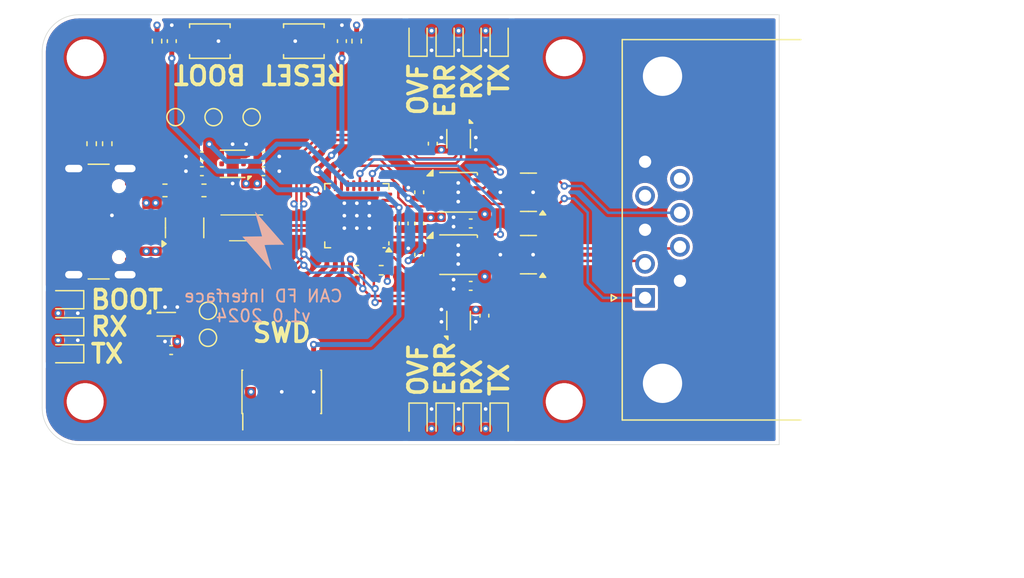
<source format=kicad_pcb>
(kicad_pcb (version 20240108) (generator "pcbnew") (generator_version "8.0")
  (title_block (title "CAN FD Interface") (date "2024-07-07") (rev "v1.0") (company "Spark Engineering"))
  (layers (0 "F.Cu" signal) (1 "In1.Cu" signal) (2 "In2.Cu" signal) (31 "B.Cu" signal) (34 "B.Paste" user) (35 "F.Paste" user) (36 "B.SilkS" user "B.Silkscreen") (37 "F.SilkS" user "F.Silkscreen") (38 "B.Mask" user) (39 "F.Mask" user) (44 "Edge.Cuts" user))
  (net 0 "")
  (net 1 "GND")
  (net 2 "+3V3")
  (net 3 "/MCU/~{RESET}")
  (net 4 "+5V")
  (net 5 "/CAN/CAN1_LOW")
  (net 6 "/CAN/CAN1_HIGH")
  (net 7 "/CAN/CAN2_HIGH")
  (net 8 "/CAN/CAN2_LOW")
  (net 9 "/USB/VBUS")
  (net 10 "/USB/FUSED")
  (net 11 "/MCU/SWDIO")
  (net 15 "/MCU/SWCLK")
  (net 18 "/USB/CC2")
  (net 19 "/USB/CON_DN")
  (net 20 "/USB/CON_DP")
  (net 22 "/USB/CC1")
  (net 24 "/MCU/USB_DN")
  (net 25 "/MCU/USB_DP")
  (net 30 "/CAN/CAN2_RX")
  (net 32 "/MCU/~{BOOT}")
  (net 34 "/CAN/CAN1_STBY")
  (net 38 "/CAN/CAN1_RX")
  (net 39 "/CAN/CAN1_TX")
  (net 42 "/CAN/CAN2_STBY")
  (net 48 "/CAN/CAN2_TX")
  (net 49 "/LED/CAN1_TX_LED")
  (net 50 "/LED/CAN1_ERR_LED")
  (net 51 "/LED/CAN1_RX_LED")
  (net 52 "/LED/CAN1_OVF_LED")
  (net 53 "/LED/CAN2_RX_LED")
  (net 54 "/LED/CAN2_TX_LED")
  (net 55 "/LED/CAN2_ERR_LED")
  (net 56 "/LED/CAN2_OVF_LED")
  (net 57 "/LED/USB_TX_LED")
  (net 58 "/LED/USB_RX_LED")
  (net 59 "/LED/BOOT_LED")
  (net 60 "/LED/SDA")
  (net 61 "/LED/SCL")
  (footprint "Package_DFN_QFN:QFN-32-1EP_5x5mm_P0.5mm_EP3.45x3.45mm" (layer "F.Cu") (at 133.615 86.36 180)
    (property "Reference" "U1" (hide yes))
    (property "Value" "STM32G0B1KEUx")
  )
  (footprint "TestPoint:TestPoint_Pad_D1.0mm" (layer "F.Cu") (at 121.5 94.1)
    (property "Reference" "TP2" (hide yes))
    (property "Value" "TestPoint")
  )
  (footprint "Resistor_SMD:R_0402_1005Metric" (layer "F.Cu") (at 135.6 90.8 180)
    (property "Reference" "R4" (hide yes))
    (property "Value" "4.7kΩ")
  )
  (footprint "Package_SON:WSON-6-1EP_2x2mm_P0.65mm_EP1x1.6mm" (layer "F.Cu") (at 123.502 82.139 180)
    (property "Reference" "U9" (hide yes))
    (property "Value" "TLV75733PDRV")
  )
  (footprint "Mounting_Wuerth:Mounting_Wuerth_WA-SMSI-M2_H2.5mm_9774025243" (layer "F.Cu") (at 150.5 73.5)
    (property "Reference" "H2" (hide yes))
    (property "Value" "MountingHole_Pad")
  )
  (footprint "LED_SMD:LED_0603_1608Metric" (layer "F.Cu") (at 109.9 95.4 180)
    (property "Reference" "D11" (hide yes))
    (property "Value" "GREEN")
  )
  (footprint "Button_Switch_SMD:SW_SPST_B3U-1000P" (layer "F.Cu") (at 121.65 72.15 180)
    (property "Reference" "SW2" (hide yes))
    (property "Value" "SW_Push")
  )
  (footprint "Capacitor_SMD:C_0402_1005Metric" (layer "F.Cu") (at 121.002 81.539 180)
    (property "Reference" "C8" (hide yes))
    (property "Value" "4.7µF")
  )
  (footprint "Connector_PinHeader_1.27mm:PinHeader_2x05_P1.27mm_Vertical_SMD" (layer "F.Cu") (at 127.5 100.7 90)
    (property "Reference" "J1" (hide yes))
    (property "Value" "Conn_ARM_JTAG_SWD_10")
  )
  (footprint "Package_TO_SOT_SMD:SOT-23" (layer "F.Cu") (at 147.585 89.535 180)
    (property "Reference" "D1" (hide yes))
    (property "Value" "PESD2CANFD24L-T")
  )
  (footprint "Capacitor_SMD:C_0402_1005Metric" (layer "F.Cu") (at 121.002 82.739 180)
    (property "Reference" "C9" (hide yes))
    (property "Value" "100nF")
  )
  (footprint "Capacitor_SMD:C_0402_1005Metric" (layer "F.Cu") (at 138.695 86.995 -90)
    (property "Reference" "C1" (hide yes))
    (property "Value" "4.7µF")
  )
  (footprint "Capacitor_SMD:C_0402_1005Metric" (layer "F.Cu") (at 137.425 86.995 -90)
    (property "Reference" "C2" (hide yes))
    (property "Value" "100nF")
  )
  (footprint "Button_Switch_SMD:SW_SPST_B3U-1000P" (layer "F.Cu") (at 129.3 72.15)
    (property "Reference" "SW1" (hide yes))
    (property "Value" "SW_Push")
  )
  (footprint "Mounting_Wuerth:Mounting_Wuerth_WA-SMSI-M2_H2.5mm_9774025243" (layer "F.Cu") (at 150.5 101.5)
    (property "Reference" "H4" (hide yes))
    (property "Value" "MountingHole_Pad")
  )
  (footprint "LED_SMD:LED_0603_1608Metric" (layer "F.Cu") (at 109.9 93.2 180)
    (property "Reference" "D13" (hide yes))
    (property "Value" "BLUE")
  )
  (footprint "Package_TO_SOT_SMD:SOT-23-6" (layer "F.Cu") (at 119.5962 87.35 90)
    (property "Reference" "U5" (hide yes))
    (property "Value" "824015043")
  )
  (footprint "Capacitor_SMD:C_0402_1005Metric" (layer "F.Cu") (at 118.55 72.15 90)
    (property "Reference" "C15" (hide yes))
    (property "Value" "100nF")
  )
  (footprint "Fuse:Fuse_0603_1608Metric" (layer "F.Cu") (at 117.996 84.302)
    (property "Reference" "F1" (hide yes))
    (property "Value" "500mA")
  )
  (footprint "Package_TO_SOT_SMD:SOT-23" (layer "F.Cu") (at 147.585 84.455 180)
    (property "Reference" "D2" (hide yes))
    (property "Value" "PESD2CANFD24L-T")
  )
  (footprint "Package_DFN_QFN:DFN-8-1EP_1.5x1.5mm_P0.4mm_EP0.7x1.2mm" (layer "F.Cu") (at 141.9 94.9 90)
    (property "Reference" "U6" (hide yes))
    (property "Value" "KTD2027")
  )
  (footprint "LED_SMD:LED_0603_1608Metric" (layer "F.Cu") (at 138.6 103.1 -90)
    (property "Reference" "D6" (hide yes))
    (property "Value" "YELLOW")
  )
  (footprint "LED_SMD:LED_0603_1608Metric" (layer "F.Cu") (at 143 71.9 90)
    (property "Reference" "D8" (hide yes))
    (property "Value" "GREEN")
  )
  (footprint "Package_DFN_QFN:DFN-8-1EP_3x3mm_P0.65mm_EP1.55x2.4mm" (layer "F.Cu") (at 141.87 89.535)
    (property "Reference" "U2" (hide yes))
    (property "Value" "MCP2542FDxMF")
  )
  (footprint "LED_SMD:LED_0603_1608Metric" (layer "F.Cu") (at 138.6 71.9 90)
    (property "Reference" "D10" (hide yes))
    (property "Value" "YELLOW")
  )
  (footprint "Capacitor_SMD:C_0402_1005Metric" (layer "F.Cu") (at 126.002 82.739)
    (property "Reference" "C11" (hide yes))
    (property "Value" "100nF")
  )
  (footprint "LED_SMD:LED_0603_1608Metric" (layer "F.Cu") (at 140.8 103.1 -90)
    (property "Reference" "D4" (hide yes))
    (property "Value" "RED")
  )
  (footprint "Capacitor_SMD:C_0402_1005Metric" (layer "F.Cu") (at 138.695 84.455 90)
    (property "Reference" "C7" (hide yes))
    (property "Value" "100nF")
  )
  (footprint "TestPoint:TestPoint_Pad_D1.0mm" (layer "F.Cu") (at 118.852 78.339 90)
    (property "Reference" "TP5" (hide yes))
    (property "Value" "TestPoint")
  )
  (footprint "Capacitor_SMD:C_0402_1005Metric" (layer "F.Cu") (at 138.695 89.535 90)
    (property "Reference" "C5" (hide yes))
    (property "Value" "100nF")
  )
  (footprint "Connector_USB:USB_C_Receptacle_GCT_USB4105-xx-A_16P_TopMnt_Horizontal" (layer "F.Cu") (at 111.646 86.842 -90)
    (property "Reference" "J3" (hide yes))
    (property "Value" "USB_C_Receptacle_USB2.0_16P")
  )
  (footprint "Mounting_Wuerth:Mounting_Wuerth_WA-SMSI-M2_H2.5mm_9774025243" (layer "F.Cu") (at 111.5 73.5)
    (property "Reference" "H1" (hide yes))
    (property "Value" "MountingHole_Pad")
  )
  (footprint "Capacitor_SMD:C_0402_1005Metric" (layer "F.Cu") (at 144 94.5 -90)
    (property "Reference" "C12" (hide yes))
    (property "Value" "100nF")
  )
  (footprint "Mounting_Wuerth:Mounting_Wuerth_WA-SMSI-M2_H2.5mm_9774025243" (layer "F.Cu") (at 111.5 101.5)
    (property "Reference" "H3" (hide yes))
    (property "Value" "MountingHole_Pad")
  )
  (footprint "Resistor_SMD:R_0402_1005Metric" (layer "F.Cu") (at 133.6 90.8)
    (property "Reference" "R3" (hide yes))
    (property "Value" "4.7kΩ")
  )
  (footprint "LED_SMD:LED_0603_1608Metric" (layer "F.Cu") (at 145.2 71.9 90)
    (property "Reference" "D7" (hide yes))
    (property "Value" "GREEN")
  )
  (footprint "Resistor_SMD:R_0402_1005Metric" (layer "F.Cu") (at 112.027 80.5 90)
    (property "Reference" "R1" (hide yes))
    (property "Value" "5.1kΩ")
  )
  (footprint "Capacitor_SMD:C_0402_1005Metric" (layer "F.Cu") (at 142.886 86.995 180)
    (property "Reference" "C6" (hide yes))
    (property "Value" "100nF")
  )
  (footprint "Capacitor_SMD:C_0402_1005Metric" (layer "F.Cu") (at 139.8 80.5 90)
    (property "Reference" "C13" (hide yes))
    (property "Value" "100nF")
  )
  (footprint "Capacitor_SMD:C_0402_1005Metric" (layer "F.Cu") (at 142.886 92.075 180)
    (property "Reference" "C4" (hide yes))
    (property "Value" "100nF")
  )
  (footprint "TestPoint:TestPoint_Pad_D1.0mm" (layer "F.Cu") (at 121.5 96.3)
    (property "Reference" "TP1" (hide yes))
    (property "Value" "TestPoint")
  )
  (footprint "Resistor_SMD:R_0402_1005Metric" (layer "F.Cu") (at 113.297 80.5 90)
    (property "Reference" "R2" (hide yes))
    (property "Value" "5.1kΩ")
  )
  (footprint "TestPoint:TestPoint_Pad_D1.0mm" (layer "F.Cu") (at 125.052 78.339 90)
    (property "Reference" "TP4" (hide yes))
    (property "Value" "TestPoint")
  )
  (footprint "Package_DFN_QFN:DFN-8-1EP_3x3mm_P0.65mm_EP1.55x2.4mm" (layer "F.Cu") (at 141.87 84.455)
    (property "Reference" "U3" (hide yes))
    (property "Value" "MCP2542FDxMF")
  )
  (footprint "LED_SMD:LED_0603_1608Metric" (layer "F.Cu") (at 143 103.1 -90)
    (property "Reference" "D3" (hide yes))
    (property "Value" "GREEN")
  )
  (footprint "Package_DFN_QFN:DFN-8-1EP_1.5x1.5mm_P0.4mm_EP0.7x1.2mm" (layer "F.Cu") (at 141.9 80.1 -90)
    (property "Reference" "U7" (hide yes))
    (property "Value" "KTD2027")
  )
  (footprint "Capacitor_SMD:C_0402_1005Metric" (layer "F.Cu") (at 132.4 72.15 90)
    (property "Reference" "C3" (hide yes))
    (property "Value" "100nF")
  )
  (footprint "Resistor_SMD:R_0402_1005Metric" (layer "F.Cu") (at 117.35 72.15 -90)
    (property "Reference" "R5" (hide yes))
    (property "Value" "10kΩ")
  )
  (footprint "Package_DFN_QFN:DFN-8-1EP_1.5x1.5mm_P0.4mm_EP0.7x1.2mm" (layer "F.Cu") (at 118.1 95.2)
    (property "Reference" "U8" (hide yes))
    (property "Value" "KTD2026")
  )
  (footprint "Connector_Dsub:DSUB-9_Male_Horizontal_P2.77x2.84mm_EdgePinOffset9.90mm_Housed_MountingHolesOffset11.32mm" (layer "F.Cu") (at 157.08 93.05 90)
    (property "Reference" "J2" (hide yes))
    (property "Value" "DE9_Plug_MountingHoles")
  )
  (footprint "Inductor_SMD:L_CommonMode_Wurth_WE-CNSW-1206" (layer "F.Cu") (at 124.6 87.35)
    (property "Reference" "L1" (hide yes))
    (property "Value" "744232090")
  )
  (footprint "LED_SMD:LED_0603_1608Metric" (layer "F.Cu") (at 109.9 97.6 180)
    (property "Reference" "D12" (hide yes))
    (property "Value" "GREEN")
  )
  (footprint "LED_SMD:LED_0603_1608Metric" (layer "F.Cu") (at 140.8 71.9 90)
    (property "Reference" "D9" (hide yes))
    (property "Value" "RED")
  )
  (footprint "LED_SMD:LED_0603_1608Metric" (layer "F.Cu") (at 145.2 103.1 -90)
    (property "Reference" "D5" (hide yes))
    (property "Value" "GREEN")
  )
  (footprint "Capacitor_SMD:C_0402_1005Metric" (layer "F.Cu") (at 118.5 97.3 180)
    (property "Reference" "C14" (hide yes))
    (property "Value" "100nF")
  )
  (footprint "TestPoint:TestPoint_Pad_D1.0mm" (layer "F.Cu") (at 121.952 78.339 90)
    (property "Reference" "TP3" (hide yes))
    (property "Value" "TestPoint")
  )
  (footprint "Resistor_SMD:R_0402_1005Metric" (layer "F.Cu") (at 133.6 72.15 -90)
    (property "Reference" "R6" (hide yes))
    (property "Value" "10kΩ")
  )
  (footprint "Inductor_SMD:L_0603_1608Metric" (layer "F.Cu") (at 121.171 84.302)
    (property "Reference" "FB1" (hide yes))
    (property "Value" "742792641 ")
  )
  (footprint "Capacitor_SMD:C_0402_1005Metric" (layer "F.Cu") (at 126.002 81.539)
    (property "Reference" "C10" (hide yes))
    (property "Value" "4.7µF")
  )
  (footprint "canfd-interface:spark-engineering" (layer "B.Cu") (at 126.141884 88.396164 180)
    (property "Reference" "REF**" (hide yes))
    (property "Value" "spark-engineering")
  )
  (gr_arc (start 111 105) (mid 108.87868 104.12132) (end 108 102) (stroke (width 0.05)) (layer "Edge.Cuts"))
  (gr_line (start 168 105) (end 168 70) (stroke (width 0.05)) (layer "Edge.Cuts"))
  (gr_arc (start 108 73) (mid 108.87868 70.87868) (end 111 70) (stroke (width 0.05)) (layer "Edge.Cuts"))
  (gr_line (start 111 105) (end 168 105) (stroke (width 0.05)) (layer "Edge.Cuts"))
  (gr_line (start 168 70) (end 111 70) (stroke (width 0.05)) (layer "Edge.Cuts"))
  (gr_line (start 108 73) (end 108 102) (stroke (width 0.05)) (layer "Edge.Cuts"))
  (gr_text "CAN FD Interface\n${REVISION} 2024" (at 126 95.1 0) (layer "B.SilkS") (effects (font (size 1 1)) (justify bottom mirror)))
  (gr_text "ERR" (at 140.8 73.8 90) (layer "F.SilkS") (effects (font (size 1.5 1.5) (thickness 0.3) (bold yes)) (justify right)))
  (gr_text "TX" (at 145.2 101.2 90) (layer "F.SilkS") (effects (font (size 1.5 1.5) (thickness 0.3) (bold yes)) (justify left)))
  (gr_text "OVF" (at 138.6 73.8 90) (layer "F.SilkS") (effects (font (size 1.5 1.5) (thickness 0.3) (bold yes)) (justify right)))
  (gr_text "BOOT" (at 111.8 93.2 0) (layer "F.SilkS") (effects (font (size 1.5 1.5) (thickness 0.3) (bold yes)) (justify left)))
  (gr_text "TX" (at 145.2 73.8 90) (layer "F.SilkS") (effects (font (size 1.5 1.5) (thickness 0.3) (bold yes)) (justify right)))
  (gr_text "ERR" (at 140.8 101.2 90) (layer "F.SilkS") (effects (font (size 1.5 1.5) (thickness 0.3) (bold yes)) (justify left)))
  (gr_text "RX" (at 111.8 95.4 0) (layer "F.SilkS") (effects (font (size 1.5 1.5) (thickness 0.3) (bold yes)) (justify left)))
  (gr_text "RX" (at 143 101.2 90) (layer "F.SilkS") (effects (font (size 1.5 1.5) (thickness 0.3) (bold yes)) (justify left)))
  (gr_text "RESET" (at 129.3 74.85 180) (layer "F.SilkS") (effects (font (size 1.5 1.5) (thickness 0.3) (bold yes))))
  (gr_text "SWD" (at 127.5 95.9 0) (layer "F.SilkS") (effects (font (size 1.5 1.5) (thickness 0.3) (bold yes))))
  (gr_text "BOOT" (at 121.65 74.85 180) (layer "F.SilkS") (effects (font (size 1.5 1.5) (thickness 0.3) (bold yes))))
  (gr_text "RX" (at 143 73.8 90) (layer "F.SilkS") (effects (font (size 1.5 1.5) (thickness 0.3) (bold yes)) (justify right)))
  (gr_text "OVF" (at 138.6 101.2 90) (layer "F.SilkS") (effects (font (size 1.5 1.5) (thickness 0.3) (bold yes)) (justify left)))
  (gr_text "TX" (at 111.8 97.6 0) (layer "F.SilkS") (effects (font (size 1.5 1.5) (thickness 0.3) (bold yes)) (justify left)))
  (via (at 144.1 72.9) (size 0.6) (drill 0.3) (layers "F.Cu" "B.Cu") (net 1))
  (via (at 118 96.6) (size 0.6) (drill 0.3) (layers "F.Cu" "B.Cu") (net 1))
  (via (at 145.299 89.535) (size 0.6) (drill 0.3) (layers "F.Cu" "B.Cu") (net 1))
  (via (at 127.302 81.539) (size 0.6) (drill 0.3) (layers "F.Cu" "B.Cu") (net 1))
  (via (at 141.87 89.535) (size 0.6) (drill 0.3) (layers "F.Cu" "B.Cu") (net 1))
  (via (at 141.489 87.249) (size 0.6) (drill 0.3) (layers "F.Cu" "B.Cu") (net 1))
  (via (at 123.502 83.739) (size 0.6) (drill 0.3) (layers "F.Cu" "B.Cu") (net 1))
  (via (at 124.602 80.539) (size 0.6) (drill 0.3) (layers "F.Cu" "B.Cu") (net 1))
  (via (at 134.631 87.376) (size 0.6) (drill 0.3) (layers "F.Cu" "B.Cu") (net 1))
  (via (at 132.599 87.376) (size 0.6) (drill 0.3) (layers "F.Cu" "B.Cu") (net 1))
  (via (at 118 93.8) (size 0.6) (drill 0.3) (layers "F.Cu" "B.Cu") (net 1))
  (via (at 143.3 81) (size 0.6) (drill 0.3) (layers "F.Cu" "B.Cu") (net 1))
  (via (at 137.806 89.027) (size 0.6) (drill 0.3) (layers "F.Cu" "B.Cu") (net 1))
  (via (at 123.502 80.539) (size 0.6) (drill 0.3) (layers "F.Cu" "B.Cu") (net 1))
  (via (at 118.55 70.85) (size 0.6) (drill 0.3) (layers "F.Cu" "B.Cu") (net 1))
  (via (at 132.599 85.344) (size 0.6) (drill 0.3) (layers "F.Cu" "B.Cu") (net 1))
  (via (at 130.1 100.7) (size 0.6) (drill 0.3) (layers "F.Cu" "B.Cu") (net 1))
  (via (at 127.5 100.7) (size 0.6) (drill 0.3) (layers "F.Cu" "B.Cu") (net 1))
  (via (at 139.7 72.9) (size 0.6) (drill 0.3) (layers "F.Cu" "B.Cu") (net 1))
  (via (at 133.615 85.344) (size 0.6) (drill 0.3) (layers "F.Cu" "B.Cu") (net 1))
  (via (at 141.87 88.773) (size 0.6) (drill 0.3) (layers "F.Cu" "B.Cu") (net 1))
  (via (at 133.615 86.36) (size 0.6) (drill 0.3) (layers "F.Cu" "B.Cu") (net 1))
  (via (at 143.3 95) (size 0.6) (drill 0.3) (layers "F.Cu" "B.Cu") (net 1))
  (via (at 140.5 94) (size 0.6) (drill 0.3) (layers "F.Cu" "B.Cu") (net 1))
  (via (at 147.966 89.535) (size 0.6) (drill 0.3) (layers "F.Cu" "B.Cu") (net 1))
  (via (at 110.9 96.5) (size 0.6) (drill 0.3) (layers "F.Cu" "B.Cu") (net 1))
  (via (at 140.5 95) (size 0.6) (drill 0.3) (layers "F.Cu" "B.Cu") (net 1))
  (via (at 128.6 72.15) (size 0.6) (drill 0.3) (layers "F.Cu" "B.Cu") (net 1))
  (via (at 119 93.8) (size 0.6) (drill 0.3) (layers "F.Cu" "B.Cu") (net 1))
  (via (at 113.678 86.334) (size 0.6) (drill 0.3) (layers "F.Cu" "B.Cu") (net 1))
  (via (at 132.4 70.85) (size 0.6) (drill 0.3) (layers "F.Cu" "B.Cu") (net 1))
  (via (at 141.87 84.455) (size 0.6) (drill 0.3) (layers "F.Cu" "B.Cu") (net 1))
  (via (at 141.489 86.487) (size 0.6) (drill 0.3) (layers "F.Cu" "B.Cu") (net 1))
  (via (at 141.87 83.693) (size 0.6) (drill 0.3) (layers "F.Cu" "B.Cu") (net 1))
  (via (at 143.3 80) (size 0.6) (drill 0.3) (layers "F.Cu" "B.Cu") (net 1))
  (via (at 119.702 81.539) (size 0.6) (drill 0.3) (layers "F.Cu" "B.Cu") (net 1))
  (via (at 147.966 84.455) (size 0.6) (drill 0.3) (layers "F.Cu" "B.Cu") (net 1))
  (via (at 133.615 87.376) (size 0.6) (drill 0.3) (layers "F.Cu" "B.Cu") (net 1))
  (via (at 119.702 82.739) (size 0.6) (drill 0.3) (layers "F.Cu" "B.Cu") (net 1))
  (via (at 122.35 72.15) (size 0.6) (drill 0.3) (layers "F.Cu" "B.Cu") (net 1))
  (via (at 145.299 84.455) (size 0.6) (drill 0.3) (layers "F.Cu" "B.Cu") (net 1))
  (via (at 141.87 85.217) (size 0.6) (drill 0.3) (layers "F.Cu" "B.Cu") (net 1))
  (via (at 110.9 94.3) (size 0.6) (drill 0.3) (layers "F.Cu" "B.Cu") (net 1))
  (via (at 141.489 91.567) (size 0.6) (drill 0.3) (layers "F.Cu" "B.Cu") (net 1))
  (via (at 134.631 85.344) (size 0.6) (drill 0.3) (layers "F.Cu" "B.Cu") (net 1))
  (via (at 132.599 86.36) (size 0.6) (drill 0.3) (layers "F.Cu" "B.Cu") (net 1))
  (via (at 141.87 90.297) (size 0.6) (drill 0.3) (layers "F.Cu" "B.Cu") (net 1))
  (via (at 141.9 72.9) (size 0.6) (drill 0.3) (layers "F.Cu" "B.Cu") (net 1))
  (via (at 134.631 86.36) (size 0.6) (drill 0.3) (layers "F.Cu" "B.Cu") (net 1))
  (via (at 127.302 82.739) (size 0.6) (drill 0.3) (layers "F.Cu" "B.Cu") (net 1))
  (via (at 137.806 84.074) (size 0.6) (drill 0.3) (layers "F.Cu" "B.Cu") (net 1))
  (via (at 141.489 92.329) (size 0.6) (drill 0.3) (layers "F.Cu" "B.Cu") (net 1))
  (via (at 141.9 102.1) (size 0.6) (drill 0.3) (layers "F.Cu" "B.Cu") (net 1))
  (via (at 140.5 80) (size 0.6) (drill 0.3) (layers "F.Cu" "B.Cu") (net 1))
  (via (at 139.7 102.1) (size 0.6) (drill 0.3) (layers "F.Cu" "B.Cu") (net 1))
  (via (at 144.1 102.1) (size 0.6) (drill 0.3) (layers "F.Cu" "B.Cu") (net 1))
  (segment (start 136.1 90.81) (end 136.11 90.8) (width 0.4) (layer "F.Cu") (net 2))
  (segment (start 133.6 70.85) (end 133.6 71.64) (width 0.4) (layer "F.Cu") (net 2))
  (segment (start 117.35 70.85) (end 117.35 71.64) (width 0.4) (layer "F.Cu") (net 2))
  (segment (start 133.1 89.9) (end 133.1 90.79) (width 0.4) (layer "F.Cu") (net 2))
  (segment (start 136.1 91.7) (end 136.1 90.81) (width 0.4) (layer "F.Cu") (net 2))
  (segment (start 133.1 90.79) (end 133.09 90.8) (width 0.4) (layer "F.Cu") (net 2))
  (via (at 141.9 71.3) (size 0.6) (drill 0.3) (layers "F.Cu" "B.Cu") (net 2))
  (via (at 136.1 91.7) (size 0.6) (drill 0.3) (layers "F.Cu" "B.Cu") (net 2))
  (via (at 139.6348 86.5124) (size 0.6) (drill 0.3) (layers "F.Cu" "B.Cu") (net 2))
  (via (at 144.029 91.313) (size 0.6) (drill 0.3) (layers "F.Cu" "B.Cu") (net 2))
  (via (at 119 96.6) (size 0.6) (drill 0.3) (layers "F.Cu" "B.Cu") (net 2))
  (via (at 139.7 103.7) (size 0.6) (drill 0.3) (layers "F.Cu" "B.Cu") (net 2))
  (via (at 133.6 70.85) (size 0.6) (drill 0.3) (layers "F.Cu" "B.Cu") (net 2))
  (via (at 144.029 86.233) (size 0.6) (drill 0.3) (layers "F.Cu" "B.Cu") (net 2))
  (via (at 125.502 83.739) (size 0.6) (drill 0.3) (layers "F.Cu" "B.Cu") (net 2))
  (via (at 141.9 103.7) (size 0.6) (drill 0.3) (layers "F.Cu" "B.Cu") (net 2))
  (via (at 124.602 83.739) (size 0.6) (drill 0.3) (layers "F.Cu" "B.Cu") (net 2))
  (via (at 140.473 86.487) (size 0.6) (drill 0.3) (layers "F.Cu" "B.Cu") (net 2))
  (via (at 125 100.7) (size 0.6) (drill 0.3) (layers "F.Cu" "B.Cu") (net 2))
  (via (at 109.3 94.3) (size 0.6) (drill 0.3) (layers "F.Cu" "B.Cu") (net 2))
  (via (at 143.3 94) (size 0.6) (drill 0.3) (layers "F.Cu" "B.Cu") (net 2))
  (via (at 139.7 71.3) (size 0.6) (drill 0.3) (layers "F.Cu" "B.Cu") (net 2))
  (via (at 133.1 89.9) (size 0.6) (drill 0.3) (layers "F.Cu" "B.Cu") (net 2))
  (via (at 109.3 96.5) (size 0.6) (drill 0.3) (layers "F.Cu" "B.Cu") (net 2))
  (via (at 144.1 103.7) (size 0.6) (drill 0.3) (layers "F.Cu" "B.Cu") (net 2))
  (via (at 140.5 81) (size 0.6) (drill 0.3) (layers "F.Cu" "B.Cu") (net 2))
  (via (at 117.35 70.85) (size 0.6) (drill 0.3) (layers "F.Cu" "B.Cu") (net 2))
  (via (at 144.1 71.3) (size 0.6) (drill 0.3) (layers "F.Cu" "B.Cu") (net 2))
  (segment (start 131.48 72.63) (end 131 72.15) (width 0.4) (layer "F.Cu") (net 3))
  (segment (start 133.57 72.63) (end 133.6 72.66) (width 0.4) (layer "F.Cu") (net 3))
  (segment (start 136.9544 85.61) (end 137.044 85.6996) (width 0.2) (layer "F.Cu") (net 3))
  (segment (start 132.4 72.63) (end 131.48 72.63) (width 0.4) (layer "F.Cu") (net 3))
  (segment (start 132.4 72.63) (end 133.57 72.63) (width 0.4) (layer "F.Cu") (net 3))
  (segment (start 132.4 73.55) (end 132.4 72.63) (width 0.4) (layer "F.Cu") (net 3))
  (segment (start 136.0525 85.61) (end 136.9544 85.61) (width 0.2) (layer "F.Cu") (net 3))
  (segment (start 131.55 81.45) (end 130.4 82.6) (width 0.4) (layer "F.Cu") (net 3))
  (segment (start 130.04 98.75) (end 130.1 98.69) (width 0.2) (layer "F.Cu") (net 3))
  (segment (start 130.1 98.69) (end 130.1 96.85) (width 0.4) (layer "F.Cu") (net 3))
  (via (at 130.1 96.85) (size 0.6) (drill 0.3) (layers "F.Cu" "B.Cu") (net 3))
  (via (at 130.4 82.6) (size 0.6) (drill 0.3) (layers "F.Cu" "B.Cu") (net 3))
  (via (at 137.044 85.6996) (size 0.6) (drill 0.3) (layers "F.Cu" "B.Cu") (net 3))
  (via (at 131.55 81.45) (size 0.6) (drill 0.3) (layers "F.Cu" "B.Cu") (net 3))
  (via (at 132.4 73.55) (size 0.6) (drill 0.3) (layers "F.Cu" "B.Cu") (net 3))
  (segment (start 135.9444 84.6) (end 137.044 85.6996) (width 0.4) (layer "B.Cu") (net 3))
  (segment (start 137.044 94.506) (end 137.044 85.6996) (width 0.4) (layer "B.Cu") (net 3))
  (segment (start 132.4 84.6) (end 135.9444 84.6) (width 0.4) (layer "B.Cu") (net 3))
  (segment (start 131.55 81.45) (end 132.4 80.6) (width 0.4) (layer "B.Cu") (net 3))
  (segment (start 130.1 96.85) (end 134.7 96.85) (width 0.4) (layer "B.Cu") (net 3))
  (segment (start 132.4 80.6) (end 132.4 73.55) (width 0.4) (layer "B.Cu") (net 3))
  (segment (start 130.4 82.6) (end 132.4 84.6) (width 0.4) (layer "B.Cu") (net 3))
  (segment (start 134.7 96.85) (end 137.044 94.506) (width 0.4) (layer "B.Cu") (net 3))
  (segment (start 139.485 84.935) (end 139.64 84.78) (width 0.4) (layer "F.Cu") (net 4))
  (segment (start 137.8086 90.015) (end 137.806 90.0176) (width 0.4) (layer "F.Cu") (net 4))
  (segment (start 138.695 84.935) (end 139.485 84.935) (width 0.4) (layer "F.Cu") (net 4))
  (segment (start 139.485 90.015) (end 139.64 89.86) (width 0.4) (layer "F.Cu") (net 4))
  (segment (start 139.64 89.86) (end 140.32 89.86) (width 0.4) (layer "F.Cu") (net 4))
  (segment (start 138.695 90.015) (end 137.8086 90.015) (width 0.4) (layer "F.Cu") (net 4))
  (segment (start 138.695 84.935) (end 137.8086 84.935) (width 0.4) (layer "F.Cu") (net 4))
  (segment (start 137.8086 84.935) (end 137.806 84.9376) (width 0.4) (layer "F.Cu") (net 4))
  (segment (start 138.695 90.015) (end 139.485 90.015) (width 0.4) (layer "F.Cu") (net 4))
  (segment (start 139.64 84.78) (end 140.32 84.78) (width 0.4) (layer "F.Cu") (net 4))
  (via (at 137.806 90.0176) (size 0.6) (drill 0.3) (layers "F.Cu" "B.Cu") (net 4))
  (via (at 121.602 80.539) (size 0.6) (drill 0.3) (layers "F.Cu" "B.Cu") (net 4))
  (via (at 137.806 84.9376) (size 0.6) (drill 0.3) (layers "F.Cu" "B.Cu") (net 4))
  (segment (start 138.822 85.9536) (end 137.806 84.9376) (width 0.4) (layer "B.Cu") (net 4))
  (segment (start 138.822 89.0016) (end 138.822 85.9536) (width 0.4) (layer "B.Cu") (net 4))
  (segment (start 129.539 80.539) (end 127.102 80.539) (width 0.4) (layer "B.Cu") (net 4))
  (segment (start 137.181 84.3126) (end 136.6884 83.82) (width 0.4) (layer "B.Cu") (net 4))
  (segment (start 137.181 84.332884) (end 137.181 84.3126) (width 0.4) (layer "B.Cu") (net 4))
  (segment (start 125.702 81.939) (end 123.002 81.939) (width 0.4) (layer "B.Cu") (net 4))
  (segment (start 137.806 90.0176) (end 138.822 89.0016) (width 0.4) (layer "B.Cu") (net 4))
  (segment (start 136.6884 83.82) (end 132.82 83.82) (width 0.4) (layer "B.Cu") (net 4))
  (segment (start 137.806 84.9376) (end 137.785716 84.9376) (width 0.4) (layer "B.Cu") (net 4))
  (segment (start 123.002 81.939) (end 121.602 80.539) (width 0.4) (layer "B.Cu") (net 4))
  (segment (start 137.785716 84.9376) (end 137.181 84.332884) (width 0.4) (layer "B.Cu") (net 4))
  (segment (start 132.82 83.82) (end 129.539 80.539) (width 0.4) (layer "B.Cu") (net 4))
  (segment (start 127.102 80.539) (end 125.702 81.939) (width 0.4) (layer "B.Cu") (net 4))
  (segment (start 156.843 90.043) (end 157.08 90.28) (width 0.2) (layer "F.Cu") (net 5))
  (segment (start 143.42 89.86) (end 143.945 89.86) (width 0.2) (layer "F.Cu") (net 5))
  (segment (start 150.506 90.043) (end 156.843 90.043) (width 0.2) (layer "F.Cu") (net 5))
  (segment (start 144.57 90.485) (end 148.5225 90.485) (width 0.2) (layer "F.Cu") (net 5))
  (segment (start 148.5225 90.485) (end 150.064 90.485) (width 0.2) (layer "F.Cu") (net 5))
  (segment (start 143.945 89.86) (end 144.57 90.485) (width 0.2) (layer "F.Cu") (net 5))
  (segment (start 150.064 90.485) (end 150.506 90.043) (width 0.2) (layer "F.Cu") (net 5))
  (segment (start 144.57 88.585) (end 148.5225 88.585) (width 0.2) (layer "F.Cu") (net 6))
  (segment (start 159.788 89.027) (end 159.92 88.895) (width 0.2) (layer "F.Cu") (net 6))
  (segment (start 150.506 89.027) (end 159.788 89.027) (width 0.2) (layer "F.Cu") (net 6))
  (segment (start 143.42 89.21) (end 143.945 89.21) (width 0.2) (layer "F.Cu") (net 6))
  (segment (start 150.064 88.585) (end 150.506 89.027) (width 0.2) (layer "F.Cu") (net 6))
  (segment (start 143.945 89.21) (end 144.57 88.585) (width 0.2) (layer "F.Cu") (net 6))
  (segment (start 148.5225 88.585) (end 150.064 88.585) (width 0.2) (layer "F.Cu") (net 6))
  (segment (start 144.57 83.505) (end 148.5225 83.505) (width 0.2) (layer "F.Cu") (net 7))
  (segment (start 143.945 84.13) (end 144.57 83.505) (width 0.2) (layer "F.Cu") (net 7))
  (segment (start 148.5225 83.505) (end 150.064 83.505) (width 0.2) (layer "F.Cu") (net 7))
  (segment (start 143.42 84.13) (end 143.945 84.13) (width 0.2) (layer "F.Cu") (net 7))
  (segment (start 150.064 83.505) (end 150.506 83.947) (width 0.2) (layer "F.Cu") (net 7))
  (via (at 150.506 83.947) (size 0.6) (drill 0.3) (layers "F.Cu" "B.Cu") (net 7))
  (segment (start 154.081 86.125) (end 159.92 86.125) (width 0.2) (layer "B.Cu") (net 7))
  (segment (start 150.506 83.947) (end 151.903 83.947) (width 0.2) (layer "B.Cu") (net 7))
  (segment (start 151.903 83.947) (end 154.081 86.125) (width 0.2) (layer "B.Cu") (net 7))
  (segment (start 150.064 85.405) (end 150.506 84.963) (width 0.2) (layer "F.Cu") (net 8))
  (segment (start 148.5225 85.405) (end 150.064 85.405) (width 0.2) (layer "F.Cu") (net 8))
  (segment (start 143.42 84.78) (end 143.945 84.78) (width 0.2) (layer "F.Cu") (net 8))
  (segment (start 144.57 85.405) (end 148.5225 85.405) (width 0.2) (layer "F.Cu") (net 8))
  (segment (start 143.945 84.78) (end 144.57 85.405) (width 0.2) (layer "F.Cu") (net 8))
  (via (at 150.506 84.963) (size 0.6) (drill 0.3) (layers "F.Cu" "B.Cu") (net 8))
  (segment (start 152.411 91.821) (end 153.64 93.05) (width 0.2) (layer "B.Cu") (net 8))
  (segment (start 153.64 93.05) (end 157.08 93.05) (width 0.2) (layer "B.Cu") (net 8))
  (segment (start 150.506 84.963) (end 151.268 84.963) (width 0.2) (layer "B.Cu") (net 8))
  (segment (start 152.411 86.106) (end 152.411 91.821) (width 0.2) (layer "B.Cu") (net 8))
  (segment (start 151.268 84.963) (end 152.411 86.106) (width 0.2) (layer "B.Cu") (net 8))
  (via (at 117.234 85.318) (size 0.6) (drill 0.3) (layers "F.Cu" "B.Cu") (net 9))
  (via (at 117.234 89.255) (size 0.6) (drill 0.3) (layers "F.Cu" "B.Cu") (net 9))
  (via (at 116.472 85.318) (size 0.6) (drill 0.3) (layers "F.Cu" "B.Cu") (net 9))
  (via (at 116.472 89.255) (size 0.6) (drill 0.3) (layers "F.Cu" "B.Cu") (net 9))
  (segment (start 120.3835 84.9625) (end 120.3835 84.302) (width 0.4) (layer "F.Cu") (net 10))
  (segment (start 119.5962 86.2125) (end 119.5962 85.7498) (width 0.4) (layer "F.Cu") (net 10))
  (segment (start 119.5962 85.824092) (end 118.7835 85.011392) (width 0.4) (layer "F.Cu") (net 10))
  (segment (start 119.5962 85.7498) (end 120.3835 84.9625) (width 0.4) (layer "F.Cu") (net 10))
  (segment (start 118.7835 85.011392) (end 118.7835 84.302) (width 0.4) (layer "F.Cu") (net 10))
  (segment (start 119.5962 86.2125) (end 119.5962 85.824092) (width 0.4) (layer "F.Cu") (net 10))
  (segment (start 131.1775 90.4225) (end 125.1 96.5) (width 0.4) (layer "F.Cu") (net 11))
  (segment (start 125.1 96.5) (end 125.1 98.61) (width 0.4) (layer "F.Cu") (net 11))
  (segment (start 131.1775 90.2225) (end 131.1775 90.4225) (width 0.4) (layer "F.Cu") (net 11))
  (segment (start 131.1775 88.11) (end 131.1775 90.2225) (width 0.2) (layer "F.Cu") (net 11))
  (segment (start 125.1 98.61) (end 124.96 98.75) (width 0.4) (layer "F.Cu") (net 11))
  (segment (start 126.1 96.425) (end 131.865 90.66) (width 0.4) (layer "F.Cu") (net 15))
  (segment (start 126.1 98.62) (end 126.1 96.425) (width 0.4) (layer "F.Cu") (net 15))
  (segment (start 131.865 90.235) (end 131.865 88.7975) (width 0.2) (layer "F.Cu") (net 15))
  (segment (start 126.23 98.75) (end 126.1 98.62) (width 0.4) (layer "F.Cu") (net 15))
  (segment (start 131.865 90.66) (end 131.865 90.235) (width 0.4) (layer "F.Cu") (net 15))
  (segment (start 113.904 88.592) (end 115.326 88.592) (width 0.2) (layer "F.Cu") (net 18))
  (segment (start 112.027 86.715) (end 113.904 88.592) (width 0.2) (layer "F.Cu") (net 18))
  (segment (start 112.027 81.01) (end 112.027 86.715) (width 0.2) (layer "F.Cu") (net 18))
  (segment (start 117.48 87.1445) (end 116.241001 87.1445) (width 0.23) (layer "F.Cu") (net 19))
  (segment (start 115.900999 87.092) (end 116.218 86.774999) (width 0.23) (layer "F.Cu") (net 19))
  (segment (start 122.424999 86.85) (end 123.25 86.85) (width 0.23) (layer "F.Cu") (net 19))
  (segment (start 120.5462 86.2125) (end 121.4862 87.1525) (width 0.23) (layer "F.Cu") (net 19))
  (segment (start 120.5462 86.4807) (end 120.5462 86.2125) (width 0.23) (layer "F.Cu") (net 19))
  (segment (start 115.976 86.092) (end 115.326 86.092) (width 0.23) (layer "F.Cu") (net 19))
  (segment (start 119.874401 87.152499) (end 120.5462 86.4807) (width 0.23) (layer "F.Cu") (net 19))
  (segment (start 118.6462 86.2125) (end 117.7062 87.1525) (width 0.23) (layer "F.Cu") (net 19))
  (segment (start 121.4862 87.1525) (end 122.122499 87.1525) (width 0.23) (layer "F.Cu") (net 19))
  (segment (start 116.218 86.334) (end 115.976 86.092) (width 0.23) (layer "F.Cu") (net 19))
  (segment (start 119.317999 87.152499) (end 119.874401 87.152499) (width 0.23) (layer "F.Cu") (net 19))
  (segment (start 117.7062 87.1525) (end 117.488 87.1525) (width 0.23) (layer "F.Cu") (net 19))
  (segment (start 116.218 86.774999) (end 116.218 86.334) (width 0.23) (layer "F.Cu") (net 19))
  (segment (start 116.188501 87.092) (end 115.326 87.092) (width 0.23) (layer "F.Cu") (net 19))
  (segment (start 118.6462 86.2125) (end 118.6462 86.4807) (width 0.23) (layer "F.Cu") (net 19))
  (segment (start 122.122499 87.1525) (end 122.424999 86.85) (width 0.23) (layer "F.Cu") (net 19))
  (segment (start 115.326 87.092) (end 115.900999 87.092) (width 0.23) (layer "F.Cu") (net 19))
  (segment (start 117.488 87.1525) (end 117.48 87.1445) (width 0.23) (layer "F.Cu") (net 19))
  (segment (start 118.6462 86.4807) (end 119.317999 87.152499) (width 0.23) (layer "F.Cu") (net 19))
  (segment (start 116.241001 87.1445) (end 116.188501 87.092) (width 0.23) (layer "F.Cu") (net 19))
  (segment (start 120.5462 88.2193) (end 120.5462 88.4875) (width 0.23) (layer "F.Cu") (net 20))
  (segment (start 118.6462 88.4875) (end 117.7062 87.5475) (width 0.23) (layer "F.Cu") (net 20))
  (segment (start 117.336841 87.5475) (end 117.328841 87.5395) (width 0.23) (layer "F.Cu") (net 20))
  (segment (start 117.328841 87.5395) (end 116.241001 87.5395) (width 0.23) (layer "F.Cu") (net 20))
  (segment (start 114.69 86.592) (end 115.326 86.592) (width 0.23) (layer "F.Cu") (net 20))
  (segment (start 118.6462 88.2193) (end 119.317999 87.547501) (width 0.23) (layer "F.Cu") (net 20))
  (segment (start 118.6462 88.4875) (end 118.6462 88.2193) (width 0.23) (layer "F.Cu") (net 20))
  (segment (start 117.7062 87.5475) (end 117.336841 87.5475) (width 0.23) (layer "F.Cu") (net 20))
  (segment (start 116.188501 87.592) (end 115.326 87.592) (width 0.23) (layer "F.Cu") (net 20))
  (segment (start 114.751001 87.592) (end 114.44 87.280999) (width 0.23) (layer "F.Cu") (net 20))
  (segment (start 122.122499 87.5475) (end 122.424999 87.85) (width 0.23) (layer "F.Cu") (net 20))
  (segment (start 120.5462 88.4875) (end 121.4862 87.5475) (width 0.23) (layer "F.Cu") (net 20))
  (segment (start 122.424999 87.85) (end 123.25 87.85) (width 0.23) (layer "F.Cu") (net 20))
  (segment (start 114.44 87.280999) (end 114.44 86.842) (width 0.23) (layer "F.Cu") (net 20))
  (segment (start 121.4862 87.5475) (end 122.122499 87.5475) (width 0.23) (layer "F.Cu") (net 20))
  (segment (start 115.326 87.592) (end 114.751001 87.592) (width 0.23) (layer "F.Cu") (net 20))
  (segment (start 119.317999 87.547501) (end 119.874401 87.547501) (width 0.23) (layer "F.Cu") (net 20))
  (segment (start 116.241001 87.5395) (end 116.188501 87.592) (width 0.23) (layer "F.Cu") (net 20))
  (segment (start 114.44 86.842) (end 114.69 86.592) (width 0.23) (layer "F.Cu") (net 20))
  (segment (start 119.874401 87.547501) (end 120.5462 88.2193) (width 0.23) (layer "F.Cu") (net 20))
  (segment (start 113.297 81.01) (end 113.297 84.937) (width 0.2) (layer "F.Cu") (net 22))
  (segment (start 113.952 85.592) (end 115.326 85.592) (width 0.2) (layer "F.Cu") (net 22))
  (segment (start 113.297 84.937) (end 113.952 85.592) (width 0.2) (layer "F.Cu") (net 22))
  (segment (start 130.521249 87.11) (end 131.1775 87.11) (width 0.23) (layer "F.Cu") (net 24))
  (segment (start 127.077501 87.1525) (end 127.451159 87.1525) (width 0.23) (layer "F.Cu") (net 24))
  (segment (start 126.775001 86.85) (end 127.077501 87.1525) (width 0.23) (layer "F.Cu") (net 24))
  (segment (start 125.95 86.85) (end 126.775001 86.85) (width 0.23) (layer "F.Cu") (net 24))
  (segment (start 127.461159 87.1625) (end 130.468749 87.1625) (width 0.23) (layer "F.Cu") (net 24))
  (segment (start 127.451159 87.1525) (end 127.461159 87.1625) (width 0.23) (layer "F.Cu") (net 24))
  (segment (start 130.468749 87.1625) (end 130.521249 87.11) (width 0.23) (layer "F.Cu") (net 24))
  (segment (start 127.3 87.5475) (end 127.31 87.5575) (width 0.23) (layer "F.Cu") (net 25))
  (segment (start 130.468749 87.5575) (end 130.521249 87.61) (width 0.23) (layer "F.Cu") (net 25))
  (segment (start 125.95 87.85) (end 126.775001 87.85) (width 0.23) (layer "F.Cu") (net 25))
  (segment (start 127.077501 87.5475) (end 127.3 87.5475) (width 0.23) (layer "F.Cu") (net 25))
  (segment (start 130.521249 87.61) (end 131.1775 87.61) (width 0.23) (layer "F.Cu") (net 25))
  (segment (start 126.775001 87.85) (end 127.077501 87.5475) (width 0.23) (layer "F.Cu") (net 25))
  (segment (start 127.31 87.5575) (end 130.468749 87.5575) (width 0.23) (layer "F.Cu") (net 25))
  (segment (start 132.365 83.165) (end 133.234 82.296) (width 0.2) (layer "F.Cu") (net 30))
  (segment (start 132.365 83.9225) (end 132.365 83.165) (width 0.2) (layer "F.Cu") (net 30))
  (segment (start 133.234 82.296) (end 135.393 82.296) (width 0.2) (layer "F.Cu") (net 30))
  (segment (start 139.625 85.43) (end 140.32 85.43) (width 0.2) (layer "F.Cu") (net 30))
  (segment (start 137.7044 85.598) (end 139.457 85.598) (width 0.2) (layer "F.Cu") (net 30))
  (segment (start 135.393 82.296) (end 136.9932 83.8962) (width 0.2) (layer "F.Cu") (net 30))
  (segment (start 136.9932 83.8962) (end 136.9932 84.8868) (width 0.2) (layer "F.Cu") (net 30))
  (segment (start 139.457 85.598) (end 139.625 85.43) (width 0.2) (layer "F.Cu") (net 30))
  (segment (start 136.9932 84.8868) (end 137.7044 85.598) (width 0.2) (layer "F.Cu") (net 30))
  (segment (start 119.47 72.63) (end 118.55 72.63) (width 0.4) (layer "F.Cu") (net 32))
  (segment (start 117.38 72.63) (end 117.35 72.66) (width 0.4) (layer "F.Cu") (net 32))
  (segment (start 130.25 84.25) (end 130.61 84.61) (width 0.2) (layer "F.Cu") (net 32))
  (segment (start 118.55 72.63) (end 118.55 73.55) (width 0.4) (layer "F.Cu") (net 32))
  (segment (start 119.95 72.15) (end 119.47 72.63) (width 0.4) (layer "F.Cu") (net 32))
  (segment (start 130.61 84.61) (end 131.1775 84.61) (width 0.2) (layer "F.Cu") (net 32))
  (segment (start 118.55 72.63) (end 117.38 72.63) (width 0.4) (layer "F.Cu") (net 32))
  (via (at 118.55 73.55) (size 0.6) (drill 0.3) (layers "F.Cu" "B.Cu") (net 32))
  (via (at 130.25 84.25) (size 0.6) (drill 0.3) (layers "F.Cu" "B.Cu") (net 32))
  (segment (start 118.55 78.987) (end 118.55 73.55) (width 0.4) (layer "B.Cu") (net 32))
  (segment (start 122.302 82.739) (end 118.55 78.987) (width 0.4) (layer "B.Cu") (net 32))
  (segment (start 125.702 82.739) (end 122.302 82.739) (width 0.4) (layer "B.Cu") (net 32))
  (segment (start 127.213 84.25) (end 130.25 84.25) (width 0.4) (layer "B.Cu") (net 32))
  (segment (start 125.702 82.739) (end 127.213 84.25) (width 0.4) (layer "B.Cu") (net 32))
  (segment (start 144.537 87.884) (end 145.299 87.884) (width 0.2) (layer "F.Cu") (net 34))
  (segment (start 134.865 82.951) (end 134.885 82.931) (width 0.2) (layer "F.Cu") (net 34))
  (segment (start 143.42 88.56) (end 143.861 88.56) (width 0.2) (layer "F.Cu") (net 34))
  (segment (start 143.861 88.56) (end 144.537 87.884) (width 0.2) (layer "F.Cu") (net 34))
  (segment (start 134.865 83.9225) (end 134.865 82.951) (width 0.2) (layer "F.Cu") (net 34))
  (via (at 134.885 82.931) (size 0.6) (drill 0.3) (layers "F.Cu" "B.Cu") (net 34))
  (via (at 145.299 87.884) (size 0.6) (drill 0.3) (layers "F.Cu" "B.Cu") (net 34))
  (segment (start 135.52 82.296) (end 141.87 82.296) (width 0.2) (layer "B.Cu") (net 34))
  (segment (start 134.885 82.931) (end 135.52 82.296) (width 0.2) (layer "B.Cu") (net 34))
  (segment (start 145.299 85.725) (end 145.299 87.884) (width 0.2) (layer "B.Cu") (net 34))
  (segment (start 141.87 82.296) (end 145.299 85.725) (width 0.2) (layer "B.Cu") (net 34))
  (segment (start 135.365 89.38) (end 135.735 89.75) (width 0.2) (layer "F.Cu") (net 38))
  (segment (start 139.416 90.678) (end 139.584 90.51) (width 0.2) (layer "F.Cu") (net 38))
  (segment (start 137.552 90.678) (end 139.416 90.678) (width 0.2) (layer "F.Cu") (net 38))
  (segment (start 136.624 89.75) (end 137.552 90.678) (width 0.2) (layer "F.Cu") (net 38))
  (segment (start 135.735 89.75) (end 136.624 89.75) (width 0.2) (layer "F.Cu") (net 38))
  (segment (start 139.584 90.51) (end 140.32 90.51) (width 0.2) (layer "F.Cu") (net 38))
  (segment (start 135.365 88.7975) (end 135.365 89.38) (width 0.2) (layer "F.Cu") (net 38))
  (segment (start 139.625 88.56) (end 139.175 88.11) (width 0.2) (layer "F.Cu") (net 39))
  (segment (start 139.175 88.11) (end 136.0525 88.11) (width 0.2) (layer "F.Cu") (net 39))
  (segment (start 140.32 88.56) (end 139.625 88.56) (width 0.2) (layer "F.Cu") (net 39))
  (segment (start 143.42 83.48) (end 143.861 83.48) (width 0.2) (layer "F.Cu") (net 42))
  (segment (start 144.537 82.804) (end 145.299 82.804) (width 0.2) (layer "F.Cu") (net 42))
  (segment (start 133.865 83.9225) (end 133.865 82.935) (width 0.2) (layer "F.Cu") (net 42))
  (segment (start 133.865 82.935) (end 133.869 82.931) (width 0.2) (layer "F.Cu") (net 42))
  (segment (start 143.861 83.48) (end 144.537 82.804) (width 0.2) (layer "F.Cu") (net 42))
  (via (at 133.869 82.931) (size 0.6) (drill 0.3) (layers "F.Cu" "B.Cu") (net 42))
  (via (at 145.299 82.804) (size 0.6) (drill 0.3) (layers "F.Cu" "B.Cu") (net 42))
  (segment (start 135.012 81.788) (end 144.283 81.788) (width 0.2) (layer "B.Cu") (net 42))
  (segment (start 133.869 82.931) (end 135.012 81.788) (width 0.2) (layer "B.Cu") (net 42))
  (segment (start 144.283 81.788) (end 145.299 82.804) (width 0.2) (layer "B.Cu") (net 42))
  (segment (start 135.52 81.788) (end 137.044 83.312) (width 0.2) (layer "F.Cu") (net 48))
  (segment (start 131.865 83.9225) (end 131.865 83.03) (width 0.2) (layer "F.Cu") (net 48))
  (segment (start 139.584 83.48) (end 140.32 83.48) (width 0.2) (layer "F.Cu") (net 48))
  (segment (start 137.044 83.312) (end 139.416 83.312) (width 0.2) (layer "F.Cu") (net 48))
  (segment (start 139.416 83.312) (end 139.584 83.48) (width 0.2) (layer "F.Cu") (net 48))
  (segment (start 133.107 81.788) (end 135.52 81.788) (width 0.2) (layer "F.Cu") (net 48))
  (segment (start 131.865 83.03) (end 133.107 81.788) (width 0.2) (layer "F.Cu") (net 48))
  (segment (start 142.5 96.6) (end 142.5 95.725) (width 0.2) (layer "F.Cu") (net 49))
  (segment (start 143.1 97.2) (end 142.5 96.6) (width 0.2) (layer "F.Cu") (net 49))
  (segment (start 145.2 99.3) (end 145.2 102.3125) (width 0.4) (layer "F.Cu") (net 49))
  (segment (start 143.1 97.2) (end 145.2 99.3) (width 0.4) (layer "F.Cu") (net 49))
  (segment (start 141.2 97.9) (end 140.8 98.3) (width 0.4) (layer "F.Cu") (net 50))
  (segment (start 141.7 97.4) (end 141.7 95.725) (width 0.2) (layer "F.Cu") (net 50))
  (segment (start 141.2 97.9) (end 141.7 97.4) (width 0.2) (layer "F.Cu") (net 50))
  (segment (start 140.8 98.3) (end 140.8 102.3125) (width 0.4) (layer "F.Cu") (net 50))
  (segment (start 142.6 97.9) (end 143 98.3) (width 0.4) (layer "F.Cu") (net 51))
  (segment (start 142.1 97.4) (end 142.1 95.725) (width 0.2) (layer "F.Cu") (net 51))
  (segment (start 143 98.3) (end 143 102.3125) (width 0.4) (layer "F.Cu") (net 51))
  (segment (start 142.6 97.9) (end 142.1 97.4) (width 0.2) (layer "F.Cu") (net 51))
  (segment (start 140.7 97.2) (end 138.6 99.3) (width 0.4) (layer "F.Cu") (net 52))
  (segment (start 138.6 99.3) (end 138.6 102.3125) (width 0.4) (layer "F.Cu") (net 52))
  (segment (start 140.7 97.2) (end 141.3 96.6) (width 0.2) (layer "F.Cu") (net 52))
  (segment (start 141.3 96.6) (end 141.3 95.725) (width 0.2) (layer "F.Cu") (net 52))
  (segment (start 142.1 77.6) (end 142.1 79.275) (width 0.2) (layer "F.Cu") (net 53))
  (segment (start 143 76.7) (end 142.6 77.1) (width 0.4) (layer "F.Cu") (net 53))
  (segment (start 143 76.7) (end 143 72.6875) (width 0.4) (layer "F.Cu") (net 53))
  (segment (start 142.6 77.1) (end 142.1 77.6) (width 0.2) (layer "F.Cu") (net 53))
  (segment (start 142.5 78.4) (end 142.5 79.275) (width 0.2) (layer "F.Cu") (net 54))
  (segment (start 145.2 75.7) (end 145.2 72.6875) (width 0.4) (layer "F.Cu") (net 54))
  (segment (start 143.1 77.8) (end 145.2 75.7) (width 0.4) (layer "F.Cu") (net 54))
  (segment (start 143.1 77.8) (end 142.5 78.4) (width 0.2) (layer "F.Cu") (net 54))
  (segment (start 141.2 77.1) (end 140.8 76.7) (width 0.4) (layer "F.Cu") (net 55))
  (segment (start 141.7 77.6) (end 141.7 79.275) (width 0.2) (layer "F.Cu") (net 55))
  (segment (start 141.2 77.1) (end 141.7 77.6) (width 0.2) (layer "F.Cu") (net 55))
  (segment (start 140.8 76.7) (end 140.8 72.6875) (width 0.4) (layer "F.Cu") (net 55))
  (segment (start 138.6 75.7) (end 138.6 72.6875) (width 0.4) (layer "F.Cu") (net 56))
  (segment (start 140.7 77.8) (end 138.6 75.7) (width 0.4) (layer "F.Cu") (net 56))
  (segment (start 141.3 78.4) (end 141.3 79.275) (width 0.2) (layer "F.Cu") (net 56))
  (segment (start 140.7 77.8) (end 141.3 78.4) (width 0.2) (layer "F.Cu") (net 56))
  (segment (start 116.1 96.1) (end 116.4 95.8) (width 0.2) (layer "F.Cu") (net 57))
  (segment (start 114.6 97.6) (end 116.1 96.1) (width 0.4) (layer "F.Cu") (net 57))
  (segment (start 110.6875 97.6) (end 114.6 97.6) (width 0.4) (layer "F.Cu") (net 57))
  (segment (start 116.4 95.8) (end 117.275 95.8) (width 0.2) (layer "F.Cu") (net 57))
  (segment (start 110.8875 95.4) (end 110.6875 95.4) (width 0.2) (layer "F.Cu") (net 58))
  (segment (start 117.275 95.4) (end 116.1 95.4) (width 0.2) (layer "F.Cu") (net 58))
  (segment (start 116.1 95.4) (end 110.6875 95.4) (width 0.4) (layer "F.Cu") (net 58))
  (segment (start 111.0875 95.6) (end 110.8875 95.4) (width 0.2) (layer "F.Cu") (net 58))
  (segment (start 116.075 94.625) (end 116.45 95) (width 0.2) (layer "F.Cu") (net 59))
  (segment (start 116.45 95) (end 117.275 95) (width 0.2) (layer "F.Cu") (net 59))
  (segment (start 110.6875 93.2) (end 114.65 93.2) (width 0.4) (layer "F.Cu") (net 59))
  (segment (start 114.65 93.2) (end 116.075 94.625) (width 0.4) (layer "F.Cu") (net 59))
  (segment (start 129.1 81.925) (end 130.825 80.2) (width 0.2) (layer "F.Cu") (net 60))
  (segment (start 141.7 82.1) (end 142.1 81.7) (width 0.2) (layer "F.Cu") (net 60))
  (segment (start 130.825 80.2) (end 136.5 80.2) (width 0.2) (layer "F.Cu") (net 60))
  (segment (start 138.4 82.1) (end 141.7 82.1) (width 0.2) (layer "F.Cu") (net 60))
  (segment (start 118.925 95) (end 120.6 95) (width 0.2) (layer "F.Cu") (net 60))
  (segment (start 122.4 95) (end 123.95 95) (width 0.2) (layer "F.Cu") (net 60))
  (segment (start 135.225 93.3) (end 141.45 93.3) (width 0.2) (layer "F.Cu") (net 60))
  (segment (start 136.5 80.2) (end 138.4 82.1) (width 0.2) (layer "F.Cu") (net 60))
  (segment (start 135.1 93.425) (end 135.225 93.3) (width 0.2) (layer "F.Cu") (net 60))
  (segment (start 123.95 95) (end 129.3 89.65) (width 0.2) (layer "F.Cu") (net 60))
  (segment (start 141.45 93.3) (end 141.7 93.55) (width 0.2) (layer "F.Cu") (net 60))
  (segment (start 129.3 85.4) (end 129.1 85.2) (width 0.2) (layer "F.Cu") (net 60))
  (segment (start 129.3 89.65) (end 129.3 89.5) (width 0.2) (layer "F.Cu") (net 60))
  (segment (start 135 89.743655) (end 134.865 89.608655) (width 0.2) (layer "F.Cu") (net 60))
  (segment (start 135 92.2) (end 135 89.743655) (width 0.2) (layer "F.Cu") (net 60))
  (segment (start 134.865 89.608655) (end 134.865 88.7975) (width 0.2) (layer "F.Cu") (net 60))
  (segment (start 121.5 94.1) (end 122.4 95) (width 0.2) (layer "F.Cu") (net 60))
  (segment (start 142.1 81.7) (end 142.1 80.925) (width 0.2) (layer "F.Cu") (net 60))
  (segment (start 120.6 95) (end 121.5 94.1) (width 0.2) (layer "F.Cu") (net 60))
  (segment (start 141.7 93.55) (end 141.7 94.075) (width 0.2) (layer "F.Cu") (net 60))
  (segment (start 135.1 92.3) (end 135 92.2) (width 0.2) (layer "F.Cu") (net 60))
  (segment (start 129.1 85.2) (end 129.1 81.925) (width 0.2) (layer "F.Cu") (net 60))
  (via (at 129.3 89.5) (size 0.6) (drill 0.3) (layers "F.Cu" "B.Cu") (net 60))
  (via (at 135.1 93.425) (size 0.6) (drill 0.3) (layers "F.Cu" "B.Cu") (net 60))
  (via (at 135.1 92.3) (size 0.6) (drill 0.3) (layers "F.Cu" "B.Cu") (net 60))
  (via (at 129.3 85.4) (size 0.6) (drill 0.3) (layers "F.Cu" "B.Cu") (net 60))
  (segment (start 129.3 85.4) (end 129.1 85.6) (width 0.2) (layer "B.Cu") (net 60))
  (segment (start 133.1 90.5) (end 130.3 90.5) (width 0.2) (layer "B.Cu") (net 60))
  (segment (start 135.1 92.3) (end 134.9 92.3) (width 0.2) (layer "B.Cu") (net 60))
  (segment (start 129.1 85.6) (end 129.1 89.3) (width 0.2) (layer "B.Cu") (net 60))
  (segment (start 134.9 92.3) (end 133.1 90.5) (width 0.2) (layer "B.Cu") (net 60))
  (segment (start 135.1 93.425) (end 135.1 92.3) (width 0.2) (layer "B.Cu") (net 60))
  (segment (start 129.1 89.3) (end 129.3 89.5) (width 0.2) (layer "B.Cu") (net 60))
  (segment (start 130.3 90.5) (end 129.3 89.5) (width 0.2) (layer "B.Cu") (net 60))
  (segment (start 141.6 92.9) (end 142.1 93.4) (width 0.2) (layer "F.Cu") (net 61))
  (segment (start 124.1 95.4) (end 129.1 90.4) (width 0.2) (layer "F.Cu") (net 61))
  (segment (start 138.6 81.7) (end 141.5 81.7) (width 0.2) (layer "F.Cu") (net 61))
  (segment (start 134.2 89.8) (end 134.365 89.635) (width 0.2) (layer "F.Cu") (net 61))
  (segment (start 120.6 95.4) (end 121.5 96.3) (width 0.2) (layer "F.Cu") (net 61))
  (segment (start 130.6 79.8) (end 136.7 79.8) (width 0.2) (layer "F.Cu") (net 61))
  (segment (start 134.1 92.3) (end 134.2 92.2) (width 0.2) (layer "F.Cu") (net 61))
  (segment (start 136.7 79.8) (end 138.6 81.7) (width 0.2) (layer "F.Cu") (net 61))
  (segment (start 142.1 93.4) (end 142.1 94.075) (width 0.2) (layer "F.Cu") (net 61))
  (segment (start 128.7 85.2) (end 128.7 81.7) (width 0.2) (layer "F.Cu") (net 61))
  (segment (start 134.1 92.3) (end 134.7 92.9) (width 0.2) (layer "F.Cu") (net 61))
  (segment (start 134.365 89.635) (end 134.365 88.7975) (width 0.2) (layer "F.Cu") (net 61))
  (segment (start 141.7 81.5) (end 141.7 80.925) (width 0.2) (layer "F.Cu") (net 61))
  (segment (start 121.5 96.3) (end 122.4 95.4) (width 0.2) (layer "F.Cu") (net 61))
  (segment (start 122.4 95.4) (end 124.1 95.4) (width 0.2) (layer "F.Cu") (net 61))
  (segment (start 141.5 81.7) (end 141.7 81.5) (width 0.2) (layer "F.Cu") (net 61))
  (segment (start 129.1 90.4) (end 129.3 90.4) (width 0.2) (layer "F.Cu") (net 61))
  (segment (start 118.925 95.4) (end 120.6 95.4) (width 0.2) (layer "F.Cu") (net 61))
  (segment (start 134.2 92.2) (end 134.2 89.8) (width 0.2) (layer "F.Cu") (net 61))
  (segment (start 134.7 92.9) (end 141.6 92.9) (width 0.2) (layer "F.Cu") (net 61))
  (segment (start 128.5 85.4) (end 128.7 85.2) (width 0.2) (layer "F.Cu") (net 61))
  (segment (start 128.7 81.7) (end 130.6 79.8) (width 0.2) (layer "F.Cu") (net 61))
  (via (at 134.1 92.3) (size 0.6) (drill 0.3) (layers "F.Cu" "B.Cu") (net 61))
  (via (at 128.5 85.4) (size 0.6) (drill 0.3) (layers "F.Cu" "B.Cu") (net 61))
  (via (at 129.3 90.4) (size 0.6) (drill 0.3) (layers "F.Cu" "B.Cu") (net 61))
  (segment (start 129.9 91) (end 129.3 90.4) (width 0.2) (layer "B.Cu") (net 61))
  (segment (start 134.1 92.3) (end 134.1 92.2) (width 0.2) (layer "B.Cu") (net 61))
  (segment (start 128.5 85.4) (end 128.7 85.6) (width 0.2) (layer "B.Cu") (net 61))
  (segment (start 129.3 90.301676) (end 129.3 90.4) (width 0.2) (layer "B.Cu") (net 61))
  (segment (start 134.1 92.2) (end 132.9 91) (width 0.2) (layer "B.Cu") (net 61))
  (segment (start 128.7 85.6) (end 128.7 89.701676) (width 0.2) (layer "B.Cu") (net 61))
  (segment (start 128.7 89.701676) (end 129.3 90.301676) (width 0.2) (layer "B.Cu") (net 61))
  (segment (start 132.9 91) (end 129.9 91) (width 0.2) (layer "B.Cu") (net 61))
  (zone (net 9) (net_name "/USB/VBUS") (layer "F.Cu") (priority 2) (connect_pads yes (clearance 0.25)) (min_thickness 0.25) (fill yes (thermal_gap 0.5) (thermal_bridge_width 0.5))
    (polygon (pts (xy 114.694 85.826) (xy 117.742 85.826) (xy 117.742 83.794) (xy 114.694 83.794)))
  )
  (zone (net 2) (net_name "+3V3") (layer "F.Cu") (priority 9) (connect_pads yes (clearance 0.25)) (min_thickness 0.25) (fill yes (thermal_gap 0.5) (thermal_bridge_width 0.5))
    (polygon (pts (xy 143.013 90.17) (xy 144.537 90.17) (xy 144.537 92.583) (xy 143.013 92.583)))
  )
  (zone (net 2) (net_name "+3V3") (layer "F.Cu") (priority 15) (connect_pads yes (clearance 0.2)) (min_thickness 0.2) (fill yes (thermal_gap 0.5) (thermal_bridge_width 0.5))
    (polygon (pts (xy 142.3 93.7) (xy 142.3 94.4) (xy 144.4 94.4) (xy 144.4 93.7)))
  )
  (zone (net 9) (net_name "/USB/VBUS") (layer "F.Cu") (priority 3) (connect_pads yes (clearance 0.25)) (min_thickness 0.25) (fill yes (thermal_gap 0.5) (thermal_bridge_width 0.5))
    (polygon (pts (xy 114.694 89.636) (xy 117.742 89.636) (xy 117.742 88.874) (xy 114.694 88.874)))
  )
  (zone (net 2) (net_name "+3V3") (layer "F.Cu") (priority 16) (connect_pads yes (clearance 0.2)) (min_thickness 0.2) (fill yes (thermal_gap 0.5) (thermal_bridge_width 0.5))
    (polygon (pts (xy 124.5 100.3) (xy 124.5 103.9) (xy 125.4 103.9) (xy 125.4 100.3)))
  )
  (zone (net 2) (net_name "+3V3") (layer "F.Cu") (priority 10) (connect_pads yes (clearance 0.25)) (min_thickness 0.25) (fill yes (thermal_gap 0.5) (thermal_bridge_width 0.5))
    (polygon (pts (xy 108 92.4) (xy 109.8 92.4) (xy 109.8 98.4) (xy 108 98.4)))
  )
  (zone (net 2) (net_name "+3V3") (layer "F.Cu") (priority 8) (connect_pads yes (clearance 0.25)) (min_thickness 0.25) (fill yes (thermal_gap 0.5) (thermal_bridge_width 0.5))
    (polygon (pts (xy 143.013 85.09) (xy 143.013 87.503) (xy 144.537 87.503) (xy 144.537 85.09)))
  )
  (zone (net 2) (net_name "+3V3") (layer "F.Cu") (priority 11) (connect_pads yes (clearance 0.25)) (min_thickness 0.25) (fill yes (thermal_gap 0.5) (thermal_bridge_width 0.5))
    (polygon (pts (xy 137.7 70) (xy 137.7 71.8) (xy 146.1 71.8) (xy 146.1 70)))
  )
  (zone (net 4) (net_name "+5V") (layer "F.Cu") (priority 5) (connect_pads yes (clearance 0.2)) (min_thickness 0.25) (fill yes (thermal_gap 0.5) (thermal_bridge_width 0.5))
    (polygon (pts (xy 121.102 84.839) (xy 122.802 84.839) (xy 122.802 77.439) (xy 121.102 77.439)))
  )
  (zone (net 2) (net_name "+3V3") (layer "F.Cu") (priority 6) (connect_pads yes (clearance 0.2)) (min_thickness 0.25) (fill yes (thermal_gap 0.5) (thermal_bridge_width 0.5))
    (polygon (pts (xy 124.202 79.839) (xy 125.202 79.839) (xy 125.202 81.839) (xy 124.202 81.839) (xy 124.202 84.139) (xy 125.902 84.139) (xy 125.902 77.439) (xy 124.202 77.439)))
  )
  (zone (net 2) (net_name "+3V3") (layer "F.Cu") (priority 12) (connect_pads yes (clearance 0.25)) (min_thickness 0.25) (fill yes (thermal_gap 0.5) (thermal_bridge_width 0.5))
    (polygon (pts (xy 137.7 103.2) (xy 146.1 103.2) (xy 146.1 105) (xy 137.7 105)))
  )
  (zone (net 2) (net_name "+3V3") (layer "F.Cu") (priority 13) (connect_pads yes (clearance 0.25)) (min_thickness 0.25) (fill yes (thermal_gap 0.5) (thermal_bridge_width 0.5))
    (polygon (pts (xy 118.6 95.6) (xy 118.6 97.7) (xy 119.3 97.7) (xy 119.3 95.6)))
  )
  (zone (net 2) (net_name "+3V3") (layer "F.Cu") (priority 14) (connect_pads yes (clearance 0.2)) (min_thickness 0.2) (fill yes (thermal_gap 0.5) (thermal_bridge_width 0.5))
    (polygon (pts (xy 141.5 80.6) (xy 141.5 81.3) (xy 139.4 81.3) (xy 139.4 80.6)))
  )
  (zone (net 2) (net_name "+3V3") (layer "F.Cu") (priority 7) (connect_pads yes (clearance 0.25)) (min_thickness 0.25) (fill yes (thermal_gap 0.5) (thermal_bridge_width 0.5))
    (polygon (pts (xy 140.854 86.106) (xy 140.854 86.868) (xy 135.52 86.868) (xy 135.52 86.106)))
  )
  (zone (net 1) (net_name "GND") (layers "F.Cu" "In1.Cu" "B.Cu") (connect_pads yes (clearance 0.25)) (min_thickness 0.25) (fill yes (thermal_gap 0.5) (thermal_bridge_width 0.5))
    (polygon (pts (xy 168 70) (xy 168 105) (xy 108 105) (xy 108 70)))
  )
)
</source>
